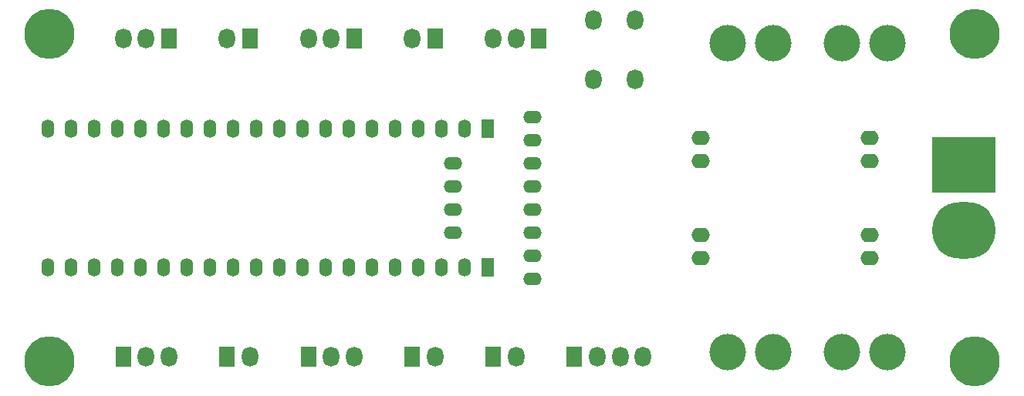
<source format=gbr>
%TF.GenerationSoftware,Altium Limited,Altium Designer,23.6.0 (18)*%
G04 Layer_Color=255*
%FSLAX45Y45*%
%MOMM*%
%TF.SameCoordinates,8109348C-C8A1-492E-8D21-29312D9C8BDA*%
%TF.FilePolarity,Positive*%
%TF.FileFunction,Pads,Top*%
%TF.Part,Single*%
G01*
G75*
%TA.AperFunction,ViaPad*%
%ADD14C,5.50000*%
%TA.AperFunction,ComponentPad*%
%ADD15O,1.80000X2.20000*%
%ADD16O,1.80000X2.20000*%
%ADD17C,4.00000*%
%ADD18R,7.00000X6.20000*%
%ADD19O,7.00000X6.20000*%
%ADD20R,1.80000X2.20000*%
%ADD21O,2.00000X1.40000*%
%ADD22O,2.00000X1.60000*%
%ADD23O,1.40000X2.00000*%
%ADD24R,1.40000X2.00000*%
D14*
X10450000Y300000D02*
D03*
Y3900000D02*
D03*
X300000D02*
D03*
Y300000D02*
D03*
D15*
X6272500Y4050000D02*
D03*
X6722500Y4050000D02*
D03*
X6272500Y3400000D02*
D03*
X6722500D02*
D03*
D16*
X2248512Y3850000D02*
D03*
X4530512Y349999D02*
D03*
X2500512D02*
D03*
X4278512Y3850000D02*
D03*
X5420512Y349999D02*
D03*
X6560512D02*
D03*
X6810512D02*
D03*
X6310512D02*
D03*
X3390512Y3850000D02*
D03*
X3140512D02*
D03*
X1360100D02*
D03*
X1110100D02*
D03*
X5420512D02*
D03*
X5170512D02*
D03*
X3390512Y349999D02*
D03*
X3640512D02*
D03*
X1360100D02*
D03*
X1610100D02*
D03*
D17*
X9495000Y3800000D02*
D03*
X8995000D02*
D03*
X8240000D02*
D03*
X7740000D02*
D03*
Y400000D02*
D03*
X8240000D02*
D03*
X8995000D02*
D03*
X9495000D02*
D03*
D18*
X10330000Y2460000D02*
D03*
D19*
Y1740000D02*
D03*
D20*
X2250512Y349999D02*
D03*
X6060512D02*
D03*
X4528512Y3850000D02*
D03*
X3640512D02*
D03*
X2498512D02*
D03*
X1610100D02*
D03*
X5670512D02*
D03*
X3140512Y349999D02*
D03*
X4280512D02*
D03*
X1110100D02*
D03*
X5170512D02*
D03*
D21*
X5600000Y2989000D02*
D03*
Y2735000D02*
D03*
Y2481000D02*
D03*
Y2227000D02*
D03*
Y1973000D02*
D03*
Y1719000D02*
D03*
Y1465000D02*
D03*
Y1211000D02*
D03*
X4724400Y1973000D02*
D03*
Y1719000D02*
D03*
Y2227000D02*
D03*
Y2481000D02*
D03*
D22*
X9296800Y2759300D02*
D03*
Y1438500D02*
D03*
Y2505300D02*
D03*
X7442600Y1438500D02*
D03*
Y1692500D02*
D03*
X9296800D02*
D03*
X7442600Y2759300D02*
D03*
Y2505300D02*
D03*
D23*
X787400Y1338000D02*
D03*
X279400D02*
D03*
X533400D02*
D03*
X1295400D02*
D03*
X1041400D02*
D03*
X1803400D02*
D03*
X2057400D02*
D03*
X2819400D02*
D03*
X2311400D02*
D03*
X2565400D02*
D03*
X1549400D02*
D03*
X533400Y2862000D02*
D03*
X279400D02*
D03*
X787400D02*
D03*
X1549400D02*
D03*
X1041400D02*
D03*
X1295400D02*
D03*
X1803400D02*
D03*
X2565400D02*
D03*
X2057400D02*
D03*
X2311400D02*
D03*
X3327400Y1338000D02*
D03*
X3073400D02*
D03*
X4089400D02*
D03*
X3581400D02*
D03*
X3835400D02*
D03*
X4597400D02*
D03*
X4343400D02*
D03*
X4851400D02*
D03*
X3327400Y2862000D02*
D03*
X2819400D02*
D03*
X3073400D02*
D03*
X4089400D02*
D03*
X3581400D02*
D03*
X3835400D02*
D03*
X4343400D02*
D03*
X4597400D02*
D03*
X4851400D02*
D03*
D24*
X5105400Y1338000D02*
D03*
Y2862000D02*
D03*
%TF.MD5,d731f81068cdb01abdfe8501da2d5e97*%
M02*

</source>
